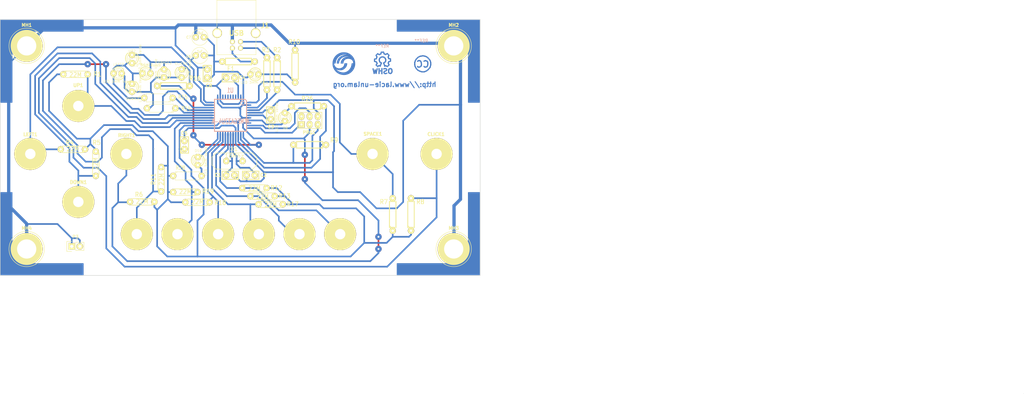
<source format=kicad_pcb>
(kicad_pcb (version 20221018) (generator pcbnew)
  (title_block (title "Ajugar") (date "2015-11-05") (rev "2.0") (company "Adaptación Ajugar por: Esteban Mena and Christian Huy. Tutor: Diego Brengi.") (comment 1 "Diseñado por: Jim Lindblom, Jay Silver, Eric Rosenbaum") (comment 2 "https://creativecommons.org/licenses/by-sa/4.0/") (comment 3 "Attribution-ShareAlike 4.0 International (CC BY-SA 4.0)") (comment 4 "http://www.lacie-unlam.org/dokuwiki/doku.php?id=ajugar_publico"))
  (layers (0 "F.Cu" signal) (31 "B.Cu" signal) (34 "B.Paste" user) (35 "F.Paste" user) (36 "B.SilkS" user "B.Silkscreen") (37 "F.SilkS" user "F.Silkscreen") (38 "B.Mask" user) (39 "F.Mask" user) (44 "Edge.Cuts" user))
  (net 0 "")
  (net 1 "D+")
  (net 2 "D-")
  (net 3 "GND")
  (net 4 "RESET")
  (net 5 "VCC")
  (net 6 "Net-(C1-Pad2)")
  (net 7 "Net-(C2-Pad2)")
  (net 8 "Net-(C3-Pad2)")
  (net 9 "Net-(C4-Pad2)")
  (net 10 "CLICK")
  (net 11 "Net-(CLICK2-Pad1)")
  (net 12 "Net-(CLICK2-Pad2)")
  (net 13 "MOUSE")
  (net 14 "TECLADO")
  (net 15 "DOWN")
  (net 16 "Net-(F1-Pad1)")
  (net 17 "Net-(J1-Pad2)")
  (net 18 "Net-(J1-Pad3)")
  (net 19 "LEFT")
  (net 20 "UP")
  (net 21 "SCLK/RIGHT")
  (net 22 "SPACE")
  (net 23 "Net-(R14-Pad1)")
  (net 24 "Net-(R15-Pad1)")
  (net 25 "Net-(R16-Pad1)")
  (net 26 "MOSI")
  (net 27 "MISO")
  (net 28 "Net-(D1-Pad1)")
  (net 29 "Net-(PRG1-Pad2)")
  (net 30 "/W")
  (net 31 "/S")
  (net 32 "/D")
  (net 33 "/G")
  (net 34 "/F")
  (net 35 "/A")
  (net 36 "Net-(U1-Pad39)")
  (net 37 "Net-(U1-Pad40)")
  (net 38 "Net-(U1-Pad41)")
  (net 39 "Net-(U1-Pad38)")
  (net 40 "Net-(U1-Pad37)")
  (net 41 "Net-(U1-Pad36)")
  (net 42 "Net-(DOWN2-Pad1)")
  (net 43 "Net-(D8-Pad2)")
  (net 44 "Net-(D10-Pad2)")
  (footprint "ajugar:USB_B" (layer "F.Cu") (at 129.55016 69.85508 180)
    (fp_text reference "J1")
    (fp_text value "USB")
  )
  (footprint "ajugar:R3" (layer "F.Cu") (at 106.05516 115.57508 90)
    (fp_text reference "R11")
    (fp_text value "22M")
  )
  (footprint "ajugar:R3" (layer "F.Cu") (at 113.5761 119.5705 180)
    (fp_text reference "R19")
    (fp_text value "22M")
  )
  (footprint "ajugar:R3" (layer "F.Cu") (at 117.3861 122.7455 180)
    (fp_text reference "R18")
    (fp_text value "22M")
  )
  (footprint "ajugar:R3" (layer "F.Cu") (at 140.2461 123.3805)
    (fp_text reference "R17")
    (fp_text value "22M")
  )
  (footprint "ajugar:R4" (layer "F.Cu") (at 152.41016 104.78008 180)
    (fp_text reference "R9")
    (fp_text value "10K" hide)
  )
  (footprint "ajugar:R3" (layer "F.Cu") (at 137.7061 120.8405)
    (fp_text reference "R13")
    (fp_text value "22M")
  )
  (footprint "ajugar:R3" (layer "F.Cu") (at 135.1661 118.3005)
    (fp_text reference "R12")
    (fp_text value "22M")
  )
  (footprint "ajugar:R3-5" (layer "F.Cu") (at 105.1941 90.1065 180)
    (fp_text reference "R15")
    (fp_text value "330R" hide)
  )
  (footprint "ajugar:R4" (layer "F.Cu") (at 109.86516 86.36508)
    (fp_text reference "R16")
    (fp_text value "330R" hide)
  )
  (footprint "ajugar:R3-5" (layer "F.Cu") (at 106.05516 93.35008 180)
    (fp_text reference "R14")
    (fp_text value "330R" hide)
  )
  (footprint "ajugar:R3" (layer "F.Cu") (at 85.6361 110.6805 -90)
    (fp_text reference "R5")
    (fp_text value "22M")
  )
  (footprint "ajugar:R3" (layer "F.Cu") (at 78.46 106.195 180)
    (fp_text reference "R4")
    (fp_text value "22M")
  )
  (footprint "ajugar:R3" (layer "F.Cu") (at 79.2861 82.7405)
    (fp_text reference "R1")
    (fp_text value "22M")
  )
  (footprint "ajugar:R4" (layer "F.Cu") (at 178.3461 126.5555 90)
    (fp_text reference "R7")
    (fp_text value "22M" hide)
  )
  (footprint "ajugar:R4" (layer "F.Cu") (at 184.0611 126.5555 90)
    (fp_text reference "R8")
    (fp_text value "22M" hide)
  )
  (footprint "ajugar:R3" (layer "F.Cu") (at 100.1141 122.6185 180)
    (fp_text reference "R6")
    (fp_text value "22M")
  )
  (footprint "ajugar:R4" (layer "F.Cu") (at 151.77516 92.71508 180)
    (fp_text reference "R26")
    (fp_text value "330R" hide)
  )
  (footprint "ajugar:R3-5" (layer "F.Cu") (at 114.2111 114.4905)
    (fp_text reference "R28")
    (fp_text value "330R" hide)
  )
  (footprint "ajugar:R4" (layer "F.Cu") (at 147.8661 80.2005 90)
    (fp_text reference "R10")
    (fp_text value "1K" hide)
  )
  (footprint "ajugar:R4" (layer "F.Cu") (at 139.07516 82.55508 -90)
    (fp_text reference "R3")
    (fp_text value "22R" hide)
  )
  (footprint "ajugar:R4" (layer "F.Cu") (at 142.25016 82.55508 -90)
    (fp_text reference "R2")
    (fp_text value "22R" hide)
  )
  (footprint "Pin_Headers:Pin_Header_Straight_1x02" (layer "F.Cu") (at 78.11516 136.53008 90)
    (fp_text reference "P3")
    (fp_text value "CONN_01X02")
  )
  (footprint "ajugar:LED-3MM" (layer "F.Cu") (at 96.94 86.955 90)
    (fp_text reference "DOWN2")
    (fp_text value "LED 3mm Verde")
  )
  (footprint "ajugar:LED-3MM" (layer "F.Cu") (at 92.44 82.455)
    (fp_text reference "LEFT2")
    (fp_text value "LED 3mm Verde")
  )
  (footprint "ajugar:LED-3MM" (layer "F.Cu") (at 96.94 77.955 90)
    (fp_text reference "UP2")
    (fp_text value "LED 3mm Verde")
  )
  (footprint "ajugar:LED-3MM" (layer "F.Cu") (at 101.44 82.455 180)
    (fp_text reference "RIGHT2")
    (fp_text value "LED 3mm Verde")
  )
  (footprint "ajugar:LED-3MM" (layer "F.Cu") (at 106.94 82.455 -90)
    (fp_text reference "SPACE2")
    (fp_text value "LED 3mm Verde")
  )
  (footprint "ajugar:LED-3MM" (layer "F.Cu") (at 135.1661 82.7405)
    (fp_text reference "D1")
    (fp_text value "LED 3mm Rojo")
  )
  (footprint "ajugar:LED-3MM" (layer "F.Cu") (at 144.6911 96.0755 -90)
    (fp_text reference "D8")
    (fp_text value "LED 3mm Verde")
  )
  (footprint "ajugar:LED-3MM" (layer "F.Cu") (at 117.48516 109.86008 90)
    (fp_text reference "D10")
    (fp_text value "LED 3mm Verde")
  )
  (footprint "ajugar:LED-3MM" (layer "F.Cu") (at 112.44 82.455 90)
    (fp_text reference "CLICK2")
    (fp_text value "LED 3mm Verde")
  )
  (footprint "ajugar:HC-18UV" (layer "F.Cu") (at 128.91516 109.86008 180)
    (fp_text reference "X1")
    (fp_text value "16Mhz")
  )
  (footprint "ajugar:C1V5" (layer "F.Cu") (at 118.12016 76.84008 180)
    (fp_text reference "C6")
    (fp_text value "1uF")
  )
  (footprint "ajugar:C1V5" (layer "F.Cu") (at 118.12016 71.12508 180)
    (fp_text reference "C7")
    (fp_text value "10uF")
  )
  (footprint "ajugar:C1" (layer "F.Cu") (at 127.64516 114.30508 180)
    (fp_text reference "C1")
    (fp_text value "22pF" hide)
  )
  (footprint "ajugar:C1" (layer "F.Cu") (at 140.2461 95.4405 -90)
    (fp_text reference "C3")
    (fp_text value "1uF" hide)
  )
  (footprint "ajugar:C1" (layer "F.Cu") (at 127.64516 83.82508)
    (fp_text reference "C4")
    (fp_text value "100nf" hide)
  )
  (footprint "ajugar:C1" (layer "F.Cu") (at 133.99516 114.30508)
    (fp_text reference "C2")
    (fp_text value "22pF" hide)
  )
  (footprint "ajugar:C1" (layer "F.Cu") (at 120.4341 82.4865 90)
    (fp_text reference "C8")
    (fp_text value "100nf" hide)
  )
  (footprint "1pin" (layer "F.Cu") (at 80.18 92.635)
    (fp_text reference "UP1")
    (fp_text value "CONN_1" hide)
  )
  (footprint "1pin" (layer "F.Cu") (at 65.18 107.635)
    (fp_text reference "LEFT1")
    (fp_text value "CONN_1" hide)
  )
  (footprint "1pin" (layer "F.Cu") (at 80.18 122.635)
    (fp_text reference "DOWN1")
    (fp_text value "CONN_1" hide)
  )
  (footprint "1pin" (layer "F.Cu") (at 95.18 107.635)
    (fp_text reference "RIGHT1")
    (fp_text value "CONN_1" hide)
  )
  (footprint "1pin" (layer "F.Cu") (at 192.05 107.635)
    (fp_text reference "CLICK1")
    (fp_text value "CONN_1" hide)
  )
  (footprint "1pin" (layer "F.Cu") (at 172.05 107.635)
    (fp_text reference "SPACE1")
    (fp_text value "CONN_1" hide)
  )
  (footprint "ajugar:MH" (layer "F.Cu") (at 64.0461 73.8505)
    (fp_text reference "MH1")
    (fp_text value "CONN_01X01" hide)
  )
  (footprint "ajugar:MH" (layer "F.Cu") (at 197.3961 73.8505)
    (fp_text reference "MH2")
    (fp_text value "CONN_01X01" hide)
  )
  (footprint "MH" (layer "F.Cu") (at 197.3961 137.3505)
    (fp_text reference "MH3")
    (fp_text value "CONN_01X01" hide)
  )
  (footprint "ajugar:MH" (layer "F.Cu") (at 64.0461 137.3505)
    (fp_text reference "MH4")
    (fp_text value "CONN_01X01" hide)
  )
  (footprint "ajugar:pin_array_3x2" (layer "F.Cu") (at 152.4 97.155)
    (fp_text reference "PRG1")
    (fp_text value "AVR-ISP-6" hide)
  )
  (footprint "ajugar:R4" (layer "F.Cu") (at 130.18516 78.74508 180)
    (fp_text reference "F1")
    (fp_text value "500mA" hide)
  )
  (footprint "ajugar:1pin" (layer "F.Cu") (at 98.43516 132.72008)
    (fp_text reference "P1")
    (fp_text value "CONN_01X01" hide)
  )
  (footprint "ajugar:1pin" (layer "F.Cu") (at 161.93516 132.72008)
    (fp_text reference "P2")
    (fp_text value "CONN_01X01" hide)
  )
  (footprint "ajugar:1pin" (layer "F.Cu") (at 149.23516 132.72008)
    (fp_text reference "P4")
    (fp_text value "CONN_01X01" hide)
  )
  (footprint "ajugar:1pin" (layer "F.Cu") (at 136.53516 132.72008)
    (fp_text reference "P5")
    (fp_text value "CONN_01X01" hide)
  )
  (footprint "ajugar:1pin" (layer "F.Cu") (at 123.83516 132.72008)
    (fp_text reference "P6")
    (fp_text value "CONN_01X01" hide)
  )
  (footprint "ajugar:1pin" (layer "F.Cu") (at 111.13516 132.72008)
    (fp_text reference "P7")
    (fp_text value "CONN_01X01" hide)
  )
  (footprint "ajugar:C1" (layer "F.Cu") (at 113.3221 104.8385 90)
    (fp_text reference "C5")
    (fp_text value "100nf" hide)
  )
  (footprint "ajugar:TQFP44" (layer "B.Cu") (at 127.7 95.555 180)
    (fp_text reference "U1")
    (fp_text value "ATMEGA32U4-A")
  )
  (footprint "Symbols:Symbol_OSHW-Logo_CopperTop" (layer "B.Cu") (at 175.1711 78.2955 180)
    (fp_text reference "REF**")
    (fp_text value "Symbol_OSHW-Logo_CopperTop")
  )
  (footprint "ajugar:unlam_log_neg" (layer "B.Cu") (at 163.1061 79.5655 180)
    (fp_text reference "G***" hide)
    (fp_text value "LOGO" hide)
  )
  (footprint "Symbols:Symbol_CreativeCommons_CopperTop_Type2_Small" (layer "B.Cu") (at 187.8711 79.5655 180)
    (fp_text reference "REF**")
    (fp_text value "Symbol_CreativeCommons_CopperTop_Type2_Small")
  )
  (gr_line (start 55.7911 65.5955) (end 205.6511 65.5955) (stroke (width 0.15)) (layer "Edge.Cuts"))
  (gr_line (start 55.7911 145.6055) (end 55.7911 65.5955) (stroke (width 0.15)) (layer "Edge.Cuts"))
  (gr_line (start 205.6511 145.6055) (end 55.7911 145.6055) (stroke (width 0.15)) (layer "Edge.Cuts"))
  (gr_line (start 205.6511 65.5955) (end 205.6511 145.6055) (stroke (width 0.15)) (layer "Edge.Cuts"))
  (gr_text "http://www.lacie-unlam.org" (at 175.8061 85.9155) (layer "B.Cu") (effects (font (size 1.5 1.5) (thickness 0.3)) (justify mirror)))
  (target plus (at 103.87 106.055) (size 0.005) (width 0.15) (layer "Edge.Cuts"))
  (target plus (at 375.49 182.68) (size 0.005) (width 0.15) (layer "Edge.Cuts"))
  (segment (start 142.25016 88.35644) (end 136.6518 93.9548) (width 0.508) (layer "B.Cu") (net 1))
  (segment (start 142.25016 87.63508) (end 142.25016 88.35644) (width 0.508) (layer "B.Cu") (net 1))
  (segment (start 136.6518 93.9548) (end 133.415 93.9548) (width 0.508) (layer "B.Cu") (net 1))
  (segment (start 139.07516 90.17508) (end 136.09554 93.1547) (width 0.508) (layer "B.Cu") (net 2))
  (segment (start 139.07516 87.63508) (end 139.07516 90.17508) (width 0.508) (layer "B.Cu") (net 2))
  (segment (start 136.09554 93.1547) (end 133.415 93.1547) (width 0.508) (layer "B.Cu") (net 2))
  (segment (start 130.9004 91.3546) (end 130.24 92.015) (width 0.508) (layer "B.Cu") (net 3))
  (segment (start 130.24 92.015) (end 125.44 92.015) (width 0.508) (layer "B.Cu") (net 3))
  (segment (start 125.44 92.015) (end 124.4996 91.0746) (width 0.508) (layer "B.Cu") (net 3))
  (segment (start 124.4996 91.0746) (end 124.4996 89.84) (width 0.508) (layer "B.Cu") (net 3))
  (segment (start 137.67034 94.7549) (end 138.44016 93.98508) (width 0.508) (layer "B.Cu") (net 3))
  (segment (start 160.03016 106.75484) (end 159.712846 107.072154) (width 0.508) (layer "B.Cu") (net 3))
  (segment (start 199.51 121.81524) (end 199.51 92.2655) (width 1.016) (layer "B.Cu") (net 3))
  (segment (start 110.53 68.205) (end 111.41992 67.31508) (width 1.016) (layer "B.Cu") (net 3))
  (segment (start 111.41992 67.31508) (end 116.85016 67.31508) (width 1.016) (layer "B.Cu") (net 3))
  (segment (start 110.53 73.69492) (end 115.26266 78.42758) (width 0.508) (layer "B.Cu") (net 3))
  (segment (start 160.03016 92.71516) (end 160.03016 106.75484) (width 0.508) (layer "B.Cu") (net 3))
  (segment (start 129.3002 99.4752) (end 128.6 98.775) (width 0.508) (layer "B.Cu") (net 3))
  (segment (start 128.6 98.775) (end 124.89 98.775) (width 0.508) (layer "B.Cu") (net 3))
  (segment (start 124.89 98.775) (end 124.1095 99.5555) (width 0.508) (layer "B.Cu") (net 3))
  (segment (start 124.1095 99.5555) (end 121.985 99.5555) (width 0.508) (layer "B.Cu") (net 3))
  (segment (start 69.6916 68.205) (end 64.0461 73.8505) (width 1.016) (layer "B.Cu") (net 3))
  (segment (start 197.49516 137.44956) (end 197.49516 123.83008) (width 1.016) (layer "B.Cu") (net 3))
  (segment (start 197.49516 123.83008) (end 199.51 121.81524) (width 1.016) (layer "B.Cu") (net 3))
  (segment (start 158.12508 90.81008) (end 160.03016 92.71516) (width 0.508) (layer "B.Cu") (net 3))
  (segment (start 154.94 94.60992) (end 153.68016 93.35008) (width 0.508) (layer "B.Cu") (net 3))
  (segment (start 130.82016 116.21008) (end 132.72516 116.21008) (width 0.508) (layer "B.Cu") (net 3))
  (segment (start 137.17016 116.21008) (end 132.72516 116.21008) (width 0.508) (layer "B.Cu") (net 3))
  (segment (start 119.39016 90.81008) (end 120.13458 91.5545) (width 0.508) (layer "B.Cu") (net 3))
  (segment (start 119.39016 86.36508) (end 117.47012 84.44504) (width 0.508) (layer "B.Cu") (net 3))
  (segment (start 117.47012 84.44504) (end 117.47012 80.65008) (width 0.508) (layer "B.Cu") (net 3))
  (segment (start 153.68016 90.81008) (end 158.12508 90.81008) (width 0.508) (layer "B.Cu") (net 3))
  (segment (start 64.0461 129.44602) (end 58.43016 123.83008) (width 1.016) (layer "B.Cu") (net 3))
  (segment (start 58.43016 123.83008) (end 58.43016 79.46644) (width 1.016) (layer "B.Cu") (net 3))
  (segment (start 58.43016 79.46644) (end 64.0461 73.8505) (width 0.508) (layer "B.Cu") (net 3))
  (segment (start 123.25904 86.36508) (end 124.4996 87.60564) (width 0.508) (layer "B.Cu") (net 3))
  (segment (start 128.28016 67.31508) (end 135.54964 67.31508) (width 1.016) (layer "B.Cu") (net 3))
  (segment (start 123.55068 67.31508) (end 128.28016 67.31508) (width 1.016) (layer "B.Cu") (net 3))
  (segment (start 135.54964 67.31508) (end 140.34516 67.31508) (width 1.016) (layer "B.Cu") (net 3))
  (segment (start 146.06016 73.03008) (end 140.34516 67.31508) (width 1.016) (layer "B.Cu") (net 3))
  (segment (start 64.0461 129.54508) (end 64.0461 129.44602) (width 0.508) (layer "B.Cu") (net 3))
  (segment (start 73.67016 129.54508) (end 78.11516 133.99008) (width 0.508) (layer "B.Cu") (net 3))
  (segment (start 78.11516 133.99008) (end 78.11516 136.53008) (width 0.508) (layer "B.Cu") (net 3))
  (segment (start 80.65516 134.62508) (end 80.02016 133.99008) (width 0.508) (layer "B.Cu") (net 3))
  (segment (start 80.02016 133.99008) (end 78.11516 133.99008) (width 0.508) (layer "B.Cu") (net 3))
  (segment (start 116.85016 67.31508) (end 123.55068 67.31508) (width 1.016) (layer "B.Cu") (net 3))
  (segment (start 115.26266 78.42758) (end 117.47012 80.63504) (width 0.508) (layer "B.Cu") (net 3))
  (segment (start 117.47012 80.65008) (end 117.47012 80.63504) (width 0.508) (layer "B.Cu") (net 3))
  (segment (start 125.79904 83.82508) (end 123.25904 86.36508) (width 0.508) (layer "B.Cu") (net 3))
  (segment (start 138.122846 115.257394) (end 137.17016 116.21008) (width 0.508) (layer "B.Cu") (net 3))
  (segment (start 201.8411 141.7955) (end 203.1111 141.7955) (width 0.508) (layer "B.Cu") (net 3))
  (segment (start 202.4761 68.7705) (end 202.4761 67.5005) (width 0.508) (layer "B.Cu") (net 3))
  (segment (start 161.2011 119.5705) (end 159.712846 118.082246) (width 0.508) (layer "B.Cu") (net 3))
  (segment (start 159.712846 118.082246) (end 159.712846 113.352766) (width 0.508) (layer "B.Cu") (net 3))
  (segment (start 168.1861 119.5705) (end 173.2661 124.6505) (width 0.508) (layer "B.Cu") (net 3))
  (segment (start 173.2661 124.6505) (end 179.6161 124.6505) (width 0.508) (layer "B.Cu") (net 3))
  (segment (start 179.6161 124.6505) (end 181.62016 122.64644) (width 0.508) (layer "B.Cu") (net 3))
  (segment (start 181.62016 122.64644) (end 181.62016 97.24644) (width 0.508) (layer "B.Cu") (net 3))
  (segment (start 147.8661 73.03008) (end 146.06016 73.03008) (width 1.016) (layer "B.Cu") (net 3))
  (segment (start 186.6011 92.2655) (end 181.62016 97.24644) (width 0.508) (layer "B.Cu") (net 3))
  (segment (start 119.86768 80.65008) (end 120.4341 81.2165) (width 0.508) (layer "B.Cu") (net 3))
  (segment (start 113.3221 100.7745) (end 114.5411 99.5555) (width 0.508) (layer "B.Cu") (net 3))
  (segment (start 114.5411 99.5555) (end 121.985 99.5555) (width 0.508) (layer "B.Cu") (net 3))
  (segment (start 199.51 75.9644) (end 197.3961 73.8505) (width 1.016) (layer "B.Cu") (net 3))
  (segment (start 196.57568 73.03008) (end 197.3961 73.8505) (width 1.016) (layer "B.Cu") (net 3))
  (segment (start 129.3002 104.53012) (end 138.122846 113.352766) (width 0.508) (layer "B.Cu") (net 3))
  (segment (start 129.3002 101.27) (end 129.3002 99.4752) (width 0.508) (layer "B.Cu") (net 3))
  (segment (start 64.0461 137.3505) (end 66.0806 139.385) (width 0.508) (layer "B.Cu") (net 3))
  (segment (start 199.51 92.2655) (end 199.51 75.9644) (width 1.016) (layer "B.Cu") (net 3))
  (segment (start 199.51 92.2655) (end 186.6011 92.2655) (width 0.508) (layer "B.Cu") (net 3))
  (segment (start 159.712846 107.072154) (end 159.712846 113.352766) (width 0.508) (layer "B.Cu") (net 3))
  (segment (start 128.91516 114.30508) (end 130.82016 116.21008) (width 0.508) (layer "B.Cu") (net 3))
  (segment (start 121.985 91.5545) (end 120.13458 91.5545) (width 0.508) (layer "B.Cu") (net 3))
  (segment (start 126.37516 83.82508) (end 125.79904 83.82508) (width 0.508) (layer "B.Cu") (net 3))
  (segment (start 128.28016 72.5551) (end 128.28016 67.31508) (width 1.016) (layer "B.Cu") (net 3))
  (segment (start 110.53 68.205) (end 110.53 73.69492) (width 0.508) (layer "B.Cu") (net 3))
  (segment (start 116.85016 76.84008) (end 115.26266 78.42758) (width 0.508) (layer "B.Cu") (net 3))
  (segment (start 153.68016 90.81008) (end 153.68016 93.35008) (width 0.508) (layer "B.Cu") (net 3))
  (segment (start 119.39016 86.36508) (end 123.25904 86.36508) (width 0.508) (layer "B.Cu") (net 3))
  (segment (start 139.71016 93.98508) (end 142.88516 90.81008) (width 0.508) (layer "B.Cu") (net 3))
  (segment (start 159.712846 113.352766) (end 138.122846 113.352766) (width 0.508) (layer "B.Cu") (net 3))
  (segment (start 197.3961 73.8505) (end 202.4761 68.7705) (width 0.508) (layer "B.Cu") (net 3))
  (segment (start 80.65516 136.53008) (end 80.65516 134.62508) (width 0.508) (layer "B.Cu") (net 3))
  (segment (start 154.94 94.60992) (end 154.94 95.885) (width 0.508) (layer "B.Cu") (net 3))
  (segment (start 64.0461 129.54508) (end 73.67016 129.54508) (width 0.508) (layer "B.Cu") (net 3))
  (segment (start 132.72516 114.30508) (end 132.72516 116.21008) (width 0.508) (layer "B.Cu") (net 3))
  (segment (start 130.9004 89.84) (end 130.9004 91.3546) (width 0.508) (layer "B.Cu") (net 3))
  (segment (start 147.8661 73.03008) (end 196.57568 73.03008) (width 1.016) (layer "B.Cu") (net 3))
  (segment (start 64.0461 137.3505) (end 64.0461 129.54508) (width 1.016) (layer "B.Cu") (net 3))
  (segment (start 138.122846 113.352766) (end 138.122846 115.257394) (width 0.508) (layer "B.Cu") (net 3))
  (segment (start 116.85016 71.12508) (end 116.85016 67.31508) (width 1.016) (layer "B.Cu") (net 3))
  (segment (start 197.3961 137.3505) (end 197.49516 137.44956) (width 1.016) (layer "B.Cu") (net 3))
  (segment (start 139.71016 93.98508) (end 138.44016 93.98508) (width 0.508) (layer "B.Cu") (net 3))
  (segment (start 129.3002 104.53012) (end 129.3002 101.27) (width 0.508) (layer "B.Cu") (net 3))
  (segment (start 110.53 68.205) (end 69.6916 68.205) (width 1.016) (layer "B.Cu") (net 3))
  (segment (start 161.2011 119.5705) (end 168.1861 119.5705) (width 0.508) (layer "B.Cu") (net 3))
  (segment (start 124.4996 89.84) (end 124.4996 87.60564) (width 0.508) (layer "B.Cu") (net 3))
  (segment (start 147.8661 75.1205) (end 147.8661 73.03008) (width 0.508) (layer "B.Cu") (net 3))
  (segment (start 197.3961 137.3505) (end 201.8411 141.7955) (width 0.508) (layer "B.Cu") (net 3))
  (segment (start 117.47012 80.65008) (end 119.86768 80.65008) (width 0.508) (layer "B.Cu") (net 3))
  (segment (start 123.55068 69.85508) (end 123.55068 67.31508) (width 0.508) (layer "B.Cu") (net 3))
  (segment (start 142.88516 90.81008) (end 153.68016 90.81008) (width 0.508) (layer "B.Cu") (net 3))
  (segment (start 135.54964 69.85508) (end 135.54964 67.31508) (width 0.508) (layer "B.Cu") (net 3))
  (segment (start 113.3221 103.5685) (end 113.3221 100.7745) (width 0.508) (layer "B.Cu") (net 3))
  (segment (start 119.39016 90.81008) (end 119.39016 86.36508) (width 0.508) (layer "B.Cu") (net 3))
  (segment (start 133.415 94.7549) (end 137.67034 94.7549) (width 0.508) (layer "B.Cu") (net 3))
  (segment (start 154.93 100.335) (end 153.26 102.005) (width 0.508) (layer "B.Cu") (net 4))
  (segment (start 153.26 102.005) (end 153.26 109.6046) (width 0.508) (layer "B.Cu") (net 4))
  (segment (start 138.1415 110.4265) (end 147.3581 110.4265) (width 0.508) (layer "B.Cu") (net 4))
  (segment (start 152.4381 110.4265) (end 153.26 109.6046) (width 0.508) (layer "B.Cu") (net 4))
  (segment (start 147.3581 110.4265) (end 152.4381 110.4265) (width 0.508) (layer "B.Cu") (net 4))
  (segment (start 130.9004 103.1854) (end 138.1415 110.4265) (width 0.508) (layer "B.Cu") (net 4))
  (segment (start 154.93 98.545) (end 154.93 100.335) (width 0.508) (layer "B.Cu") (net 4))
  (segment (start 130.9004 101.27) (end 130.9004 103.1854) (width 0.508) (layer "B.Cu") (net 4))
  (segment (start 147.33016 110.39856) (end 147.33016 104.78008) (width 0.508) (layer "B.Cu") (net 4))
  (segment (start 147.3581 110.4265) (end 147.33016 110.39856) (width 0.508) (layer "B.Cu") (net 4))
  (segment (start 123.6995 91.7545) (end 125.09 93.145) (width 0.508) (layer "B.Cu") (net 5))
  (segment (start 125.09 93.145) (end 130.19 93.145) (width 0.508) (layer "B.Cu") (net 5))
  (segment (start 130.68 93.145) (end 131.48 92.345) (width 0.508) (layer "B.Cu") (net 5))
  (segment (start 131.7005 92.1245) (end 131.7005 92.0955) (width 0.508) (layer "B.Cu") (net 5))
  (segment (start 131.9596 92.3546) (end 131.7005 92.0955) (width 0.508) (layer "B.Cu") (net 5))
  (segment (start 131.7005 92.0955) (end 131.7005 89.84) (width 0.508) (layer "B.Cu") (net 5))
  (segment (start 131.2499 96.3551) (end 130.1003 97.5047) (width 0.508) (layer "B.Cu") (net 5))
  (segment (start 123.3496 98.7554) (end 124.6003 97.5047) (width 0.508) (layer "B.Cu") (net 5))
  (segment (start 124.6003 97.5047) (end 129.49 97.5047) (width 0.508) (layer "B.Cu") (net 5))
  (segment (start 129.49 97.5047) (end 130.1003 97.5047) (width 0.508) (layer "B.Cu") (net 5))
  (segment (start 129.49 97.505) (end 130.1003 98.1153) (width 0.508) (layer "B.Cu") (net 5))
  (segment (start 130.1003 98.1153) (end 130.1003 97.5047) (width 0.508) (layer "B.Cu") (net 5))
  (segment (start 130.77 95.655) (end 131.4701 96.3551) (width 0.508) (layer "B.Cu") (net 5))
  (segment (start 131.4701 96.3551) (end 131.2499 96.3551) (width 0.508) (layer "B.Cu") (net 5))
  (segment (start 132.09 92.3546) (end 131.9596 92.3546) (width 0.508) (layer "B.Cu") (net 5))
  (segment (start 131.5004 92.3546) (end 131.48 92.375) (width 0.508) (layer "B.Cu") (net 5))
  (segment (start 131.48 92.375) (end 131.48 92.345) (width 0.508) (layer "B.Cu") (net 5))
  (segment (start 131.48 92.345) (end 131.7005 92.1245) (width 0.508) (layer "B.Cu") (net 5))
  (segment (start 130.19 93.145) (end 130.68 93.145) (width 0.508) (layer "B.Cu") (net 5))
  (segment (start 130.26 93.145) (end 130.77 93.655) (width 0.508) (layer "B.Cu") (net 5))
  (segment (start 130.77 93.655) (end 130.77 95.655) (width 0.508) (layer "B.Cu") (net 5))
  (segment (start 98.9711 100.5205) (end 97.0661 98.6155) (width 0.508) (layer "B.Cu") (net 5))
  (segment (start 157.49016 93.35008) (end 156.85516 92.71508) (width 0.508) (layer "B.Cu") (net 5))
  (segment (start 138.228656 111.9505) (end 130.1003 103.822144) (width 0.508) (layer "B.Cu") (net 5))
  (segment (start 104.78516 125.10008) (end 104.78516 136.53008) (width 0.508) (layer "B.Cu") (net 5))
  (segment (start 104.78516 136.53008) (end 107.96016 139.70508) (width 0.508) (layer "B.Cu") (net 5))
  (segment (start 107.96016 139.70508) (end 117.3861 139.70508) (width 0.508) (layer "B.Cu") (net 5))
  (segment (start 120.02516 71.12508) (end 122.56516 73.66508) (width 0.508) (layer "B.Cu") (net 5))
  (segment (start 122.56516 73.66508) (end 122.56516 76.84008) (width 0.508) (layer "B.Cu") (net 5))
  (segment (start 122.56516 76.84008) (end 122.56516 78.74508) (width 0.508) (layer "B.Cu") (net 5))
  (segment (start 113.3092 98.7554) (end 111.7981 100.2665) (width 0.508) (layer "B.Cu") (net 5))
  (segment (start 111.7981 100.2665) (end 111.7981 106.1085) (width 0.508) (layer "B.Cu") (net 5))
  (segment (start 111.7981 108.9025) (end 115.4811 112.5855) (width 0.508) (layer "B.Cu") (net 5))
  (segment (start 115.4811 112.5855) (end 115.4811 114.4905) (width 0.508) (layer "B.Cu") (net 5))
  (segment (start 115.4811 114.4905) (end 119.2911 118.3005) (width 0.508) (layer "B.Cu") (net 5))
  (segment (start 119.2911 118.3005) (end 119.2911 126.5555) (width 0.508) (layer "B.Cu") (net 5))
  (segment (start 119.2911 126.5555) (end 117.3861 128.4605) (width 0.508) (layer "B.Cu") (net 5))
  (segment (start 117.3861 128.4605) (end 117.3861 139.70508) (width 0.508) (layer "B.Cu") (net 5))
  (segment (start 131.7005 83.7199) (end 129.90068 81.92008) (width 0.508) (layer "B.Cu") (net 5))
  (segment (start 129.90068 81.92008) (end 122.56516 81.92008) (width 0.508) (layer "B.Cu") (net 5))
  (segment (start 132.9167 83.7199) (end 133.8961 82.7405) (width 0.508) (layer "B.Cu") (net 5))
  (segment (start 165.19652 139.70508) (end 169.4561 135.4455) (width 0.508) (layer "B.Cu") (net 5))
  (segment (start 169.4561 135.4455) (end 169.4561 127.1905) (width 0.508) (layer "B.Cu") (net 5))
  (segment (start 169.4561 127.1905) (end 166.9161 124.6505) (width 0.508) (layer "B.Cu") (net 5))
  (segment (start 166.9161 124.6505) (end 156.7561 124.6505) (width 0.508) (layer "B.Cu") (net 5))
  (segment (start 156.7561 124.6505) (end 155.4861 123.3805) (width 0.508) (layer "B.Cu") (net 5))
  (segment (start 83.9328 104.5322) (end 82.27 106.195) (width 0.508) (layer "B.Cu") (net 5))
  (segment (start 178.3461 133.5405) (end 176.4411 135.4455) (width 0.508) (layer "B.Cu") (net 5))
  (segment (start 178.3461 133.5405) (end 183.4261 133.5405) (width 0.508) (layer "B.Cu") (net 5))
  (segment (start 183.4261 133.5405) (end 184.0611 132.9055) (width 0.508) (layer "B.Cu") (net 5))
  (segment (start 184.0611 132.9055) (end 184.0611 131.6355) (width 0.508) (layer "B.Cu") (net 5))
  (segment (start 155.6853 109.2113) (end 152.9461 111.9505) (width 0.508) (layer "B.Cu") (net 5))
  (segment (start 155.6853 102.2263) (end 157.49016 100.42144) (width 0.508) (layer "B.Cu") (net 5))
  (segment (start 157.49016 100.42144) (end 157.49016 93.35008) (width 0.508) (layer "B.Cu") (net 5))
  (segment (start 155.6853 104.78008) (end 155.6853 102.2263) (width 0.508) (layer "B.Cu") (net 5))
  (segment (start 142.1511 118.3005) (end 144.6911 120.8405) (width 0.508) (layer "B.Cu") (net 5))
  (segment (start 147.2311 123.3805) (end 155.4861 123.3805) (width 0.508) (layer "B.Cu") (net 5))
  (segment (start 144.6911 120.8405) (end 147.2311 123.3805) (width 0.508) (layer "B.Cu") (net 5))
  (segment (start 108.13542 121.74982) (end 104.78516 125.10008) (width 0.508) (layer "B.Cu") (net 5))
  (segment (start 109.1311 122.7455) (end 113.5761 122.7455) (width 0.508) (layer "B.Cu") (net 5))
  (segment (start 108.13542 119.5705) (end 108.13542 114.4905) (width 0.508) (layer "B.Cu") (net 5))
  (segment (start 108.13542 114.4905) (end 108.13542 111.3155) (width 0.508) (layer "B.Cu") (net 5))
  (segment (start 106.50474 111.3155) (end 106.05516 111.76508) (width 0.508) (layer "B.Cu") (net 5))
  (segment (start 83.9328 102.8588) (end 83.9328 104.5322) (width 0.508) (layer "B.Cu") (net 5))
  (segment (start 121.7041 83.7565) (end 122.56516 82.89544) (width 0.508) (layer "B.Cu") (net 5))
  (segment (start 122.56516 82.89544) (end 122.56516 81.92008) (width 0.508) (layer "B.Cu") (net 5))
  (segment (start 103.9241 124.23902) (end 104.78516 125.10008) (width 0.508) (layer "B.Cu") (net 5))
  (segment (start 108.13542 105.23982) (end 103.4161 100.5205) (width 0.508) (layer "B.Cu") (net 5))
  (segment (start 111.7981 106.1085) (end 111.7981 108.9025) (width 0.508) (layer "B.Cu") (net 5))
  (segment (start 73.5711 82.7405) (end 71.0311 85.2805) (width 0.508) (layer "B.Cu") (net 5))
  (segment (start 71.0311 85.2805) (end 71.0311 94.1705) (width 0.508) (layer "B.Cu") (net 5))
  (segment (start 71.0311 94.1705) (end 79.7194 102.8588) (width 0.508) (layer "B.Cu") (net 5))
  (segment (start 79.7194 102.8588) (end 83.9328 102.8588) (width 0.508) (layer "B.Cu") (net 5))
  (segment (start 88.1761 98.6155) (end 83.9328 102.8588) (width 0.508) (layer "B.Cu") (net 5))
  (segment (start 85.6361 106.2355) (end 83.9328 104.5322) (width 0.508) (layer "B.Cu") (net 5))
  (segment (start 121.985 98.7554) (end 113.3092 98.7554) (width 0.508) (layer "B.Cu") (net 5))
  (segment (start 169.4561 135.4455) (end 176.4411 135.4455) (width 0.508) (layer "B.Cu") (net 5))
  (segment (start 120.4341 83.7565) (end 121.7041 83.7565) (width 0.508) (layer "B.Cu") (net 5))
  (segment (start 178.3461 131.6355) (end 178.3461 133.5405) (width 0.508) (layer "B.Cu") (net 5))
  (segment (start 97.0661 98.6155) (end 88.1761 98.6155) (width 0.508) (layer "B.Cu") (net 5))
  (segment (start 119.39016 71.12508) (end 120.02516 71.12508) (width 0.508) (layer "B.Cu") (net 5))
  (segment (start 85.6361 106.8705) (end 85.6361 106.2355) (width 0.508) (layer "B.Cu") (net 5))
  (segment (start 130.1003 101.27) (end 130.1003 98.1153) (width 0.508) (layer "B.Cu") (net 5))
  (segment (start 131.7005 89.84) (end 131.7005 83.7199) (width 0.508) (layer "B.Cu") (net 5))
  (segment (start 98.9711 100.5205) (end 103.4161 100.5205) (width 0.508) (layer "B.Cu") (net 5))
  (segment (start 103.9241 122.6185) (end 103.9241 124.23902) (width 0.508) (layer "B.Cu") (net 5))
  (segment (start 113.3221 106.1085) (end 111.7981 106.1085) (width 0.508) (layer "B.Cu") (net 5))
  (segment (start 130.77 93.145) (end 130.77 93.655) (width 0.508) (layer "B.Cu") (net 5))
  (segment (start 133.415 92.3546) (end 132.09 92.3546) (width 0.508) (layer "B.Cu") (net 5))
  (segment (start 133.415 96.3551) (end 131.4701 96.3551) (width 0.508) (layer "B.Cu") (net 5))
  (segment (start 122.56516 81.92008) (end 122.56516 78.74508) (width 0.508) (layer "B.Cu") (net 5))
  (segment (start 144.0561 123.3805) (end 147.2311 123.3805) (width 0.508) (layer "B.Cu") (net 5))
  (segment (start 129.49 97.5047) (end 129.49 97.505) (width 0.508) (layer "B.Cu") (net 5))
  (segment (start 152.9461 111.9505) (end 138.228656 111.9505) (width 0.508) (layer "B.Cu") (net 5))
  (segment (start 108.13542 121.74982) (end 109.1311 122.7455) (width 0.508) (layer "B.Cu") (net 5))
  (segment (start 141.5161 120.8405) (end 144.6911 120.8405) (width 0.508) (layer "B.Cu") (net 5))
  (segment (start 130.68 93.145) (end 130.77 93.145) (width 0.508) (layer "B.Cu") (net 5))
  (segment (start 155.6853 109.2113) (end 155.6853 104.78008) (width 0.508) (layer "B.Cu") (net 5))
  (segment (start 117.3861 139.70508) (end 165.19652 139.70508) (width 0.508) (layer "B.Cu") (net 5))
  (segment (start 157.49016 104.78008) (end 155.6853 104.78008) (width 0.508) (layer "B.Cu") (net 5))
  (segment (start 108.13542 119.5705) (end 109.7661 119.5705) (width 0.508) (layer "B.Cu") (net 5))
  (segment (start 108.13542 114.4905) (end 109.7661 114.4905) (width 0.508) (layer "B.Cu") (net 5))
  (segment (start 108.13542 111.3155) (end 108.13542 105.23982) (width 0.508) (layer "B.Cu") (net 5))
  (segment (start 125.10516 78.74508) (end 122.56516 78.74508) (width 0.508) (layer "B.Cu") (net 5))
  (segment (start 130.19 93.145) (end 130.26 93.145) (width 0.508) (layer "B.Cu") (net 5))
  (segment (start 119.39016 76.84008) (end 122.56516 76.84008) (width 0.508) (layer "B.Cu") (net 5))
  (segment (start 132.09 92.3546) (end 131.5004 92.3546) (width 0.508) (layer "B.Cu") (net 5))
  (segment (start 121.985 98.7554) (end 123.3496 98.7554) (width 0.508) (layer "B.Cu") (net 5))
  (segment (start 138.9761 118.3005) (end 142.1511 118.3005) (width 0.508) (layer "B.Cu") (net 5))
  (segment (start 131.7005 83.7199) (end 132.9167 83.7199) (width 0.508) (layer "B.Cu") (net 5))
  (segment (start 123.6995 89.84) (end 123.6995 91.7545) (width 0.508) (layer "B.Cu") (net 5))
  (segment (start 108.13542 111.3155) (end 106.50474 111.3155) (width 0.508) (layer "B.Cu") (net 5))
  (segment (start 75.4761 82.7405) (end 73.5711 82.7405) (width 0.508) (layer "B.Cu") (net 5))
  (segment (start 108.13542 121.74982) (end 108.13542 119.5705) (width 0.508) (layer "B.Cu") (net 5))
  (segment (start 130.1003 103.822144) (end 130.1003 101.27) (width 0.508) (layer "B.Cu") (net 5))
  (segment (start 126.37516 113.75644) (end 128.1811 111.9505) (width 0.508) (layer "B.Cu") (net 6))
  (segment (start 128.1811 111.9505) (end 128.1811 109.86008) (width 0.508) (layer "B.Cu") (net 6))
  (segment (start 128.1811 109.01634) (end 127.7 108.53524) (width 0.508) (layer "B.Cu") (net 6))
  (segment (start 128.1811 109.86008) (end 128.1811 109.01634) (width 0.508) (layer "B.Cu") (net 6))
  (segment (start 126.37516 109.86008) (end 128.1811 109.86008) (width 0.508) (layer "B.Cu") (net 6))
  (segment (start 127.7 101.27) (end 127.7 108.53524) (width 0.508) (layer "B.Cu") (net 6))
  (segment (start 126.37516 114.30508) (end 126.37516 113.75644) (width 0.508) (layer "B.Cu") (net 6))
  (segment (start 128.5001 107.1895) (end 129.59334 108.28274) (width 0.508) (layer "B.Cu") (net 7))
  (segment (start 135.26516 113.67008) (end 135.26516 114.30508) (width 0.508) (layer "B.Cu") (net 7))
  (segment (start 129.59334 110.82274) (end 130.7211 111.9505) (width 0.508) (layer "B.Cu") (net 7))
  (segment (start 130.7211 111.9505) (end 133.54558 111.9505) (width 0.508) (layer "B.Cu") (net 7))
  (segment (start 133.54558 111.9505) (end 135.26516 113.67008) (width 0.508) (layer "B.Cu") (net 7))
  (segment (start 129.59334 109.86008) (end 129.59334 110.82274) (width 0.508) (layer "B.Cu") (net 7))
  (segment (start 129.59334 108.28274) (end 129.59334 109.86008) (width 0.508) (layer "B.Cu") (net 7))
  (segment (start 131.45516 109.86008) (end 129.59334 109.86008) (width 0.508) (layer "B.Cu") (net 7))
  (segment (start 128.5001 101.27) (end 128.5001 107.1895) (width 0.508) (layer "B.Cu") (net 7))
  (segment (start 138.77524 96.52508) (end 139.71016 96.52508) (width 0.508) (layer "B.Cu") (net 8))
  (segment (start 137.80516 95.555) (end 138.77524 96.52508) (width 0.508) (layer "B.Cu") (net 8))
  (segment (start 133.415 95.555) (end 137.80516 95.555) (width 0.508) (layer "B.Cu") (net 8))
  (segment (start 128.91516 85.09508) (end 130.1003 86.28022) (width 0.508) (layer "B.Cu") (net 9))
  (segment (start 130.1003 86.28022) (end 130.1003 89.84) (width 0.508) (layer "B.Cu") (net 9))
  (segment (start 128.91516 83.82508) (end 128.91516 85.09508) (width 0.508) (layer "B.Cu") (net 9))
  (segment (start 100.2411 97.9805) (end 98.3361 96.0755) (width 0.508) (layer "B.Cu") (net 10))
  (segment (start 107.9881 97.9805) (end 100.2411 97.9805) (width 0.508) (layer "B.Cu") (net 10))
  (segment (start 109.6135 96.3551) (end 121.985 96.3551) (width 0.508) (layer "B.Cu") (net 10))
  (segment (start 176.62652 142.88008) (end 192.05 127.4566) (width 0.508) (layer "B.Cu") (net 10))
  (segment (start 67.8561 94.8055) (end 67.8561 84.0105) (width 0.508) (layer "B.Cu") (net 10))
  (segment (start 67.8561 84.0105) (end 74.2061 77.6605) (width 0.508) (layer "B.Cu") (net 10))
  (segment (start 74.2061 77.6605) (end 83.7311 77.6605) (width 0.508) (layer "B.Cu") (net 10))
  (segment (start 83.7311 77.6605) (end 85.46084 79.39024) (width 0.508) (layer "B.Cu") (net 10))
  (segment (start 88.91016 114.58956) (end 86.2711 111.9505) (width 0.508) (layer "B.Cu") (net 10))
  (segment (start 88.91016 137.16508) (end 94.62516 142.88008) (width 0.508) (layer "B.Cu") (net 10))
  (segment (start 94.62516 142.88008) (end 176.62652 142.88008) (width 0.508) (layer "B.Cu") (net 10))
  (segment (start 192.05 121.4755) (end 192.05 127.4566) (width 0.508) (layer "B.Cu") (net 10))
  (segment (start 78.6511 108.7755) (end 81.8261 111.9505) (width 0.508) (layer "B.Cu") (net 10))
  (segment (start 81.8261 111.9505) (end 86.2711 111.9505) (width 0.508) (layer "B.Cu") (net 10))
  (segment (start 95.7961 96.0755) (end 98.3361 96.0755) (width 0.508) (layer "B.Cu") (net 10))
  (segment (start 85.46084 85.74024) (end 95.7961 96.0755) (width 0.508) (layer "B.Cu") (net 10))
  (segment (start 107.9881 97.9805) (end 109.6135 96.3551) (width 0.508) (layer "B.Cu") (net 10))
  (segment (start 78.6511 105.6005) (end 78.6511 108.7755) (width 0.508) (layer "B.Cu") (net 10))
  (segment (start 78.6511 105.6005) (end 67.8561 94.8055) (width 0.508) (layer "B.Cu") (net 10))
  (segment (start 192.05 107.635) (end 192.05 121.4755) (width 0.508) (layer "B.Cu") (net 10))
  (segment (start 88.91016 114.58956) (end 88.91016 137.16508) (width 0.508) (layer "B.Cu") (net 10))
  (segment (start 85.46084 79.39024) (end 85.46084 85.74024) (width 0.508) (layer "B.Cu") (net 10))
  (segment (start 192.05 121.4755) (end 184.0611 121.4755) (width 0.508) (layer "B.Cu") (net 10))
  (segment (start 100.5356 76.685) (end 102.7811 78.9305) (width 0.508) (layer "B.Cu") (net 11))
  (segment (start 102.7811 78.9305) (end 106.94 78.9305) (width 0.508) (layer "B.Cu") (net 11))
  (segment (start 112.3061 78.9305) (end 113.8936 80.518) (width 0.508) (layer "B.Cu") (net 11))
  (segment (start 114.94516 81.56956) (end 114.94516 86.36508) (width 0.508) (layer "B.Cu") (net 11))
  (segment (start 102.71 79.0016) (end 102.7811 78.9305) (width 0.508) (layer "B.Cu") (net 11))
  (segment (start 106.94 78.9305) (end 112.3061 78.9305) (width 0.508) (layer "B.Cu") (net 11))
  (segment (start 113.2266 81.185) (end 113.8936 80.518) (width 0.508) (layer "B.Cu") (net 11))
  (segment (start 113.8936 80.518) (end 114.94516 81.56956) (width 0.508) (layer "B.Cu") (net 11))
  (segment (start 112.44 81.185) (end 113.2266 81.185) (width 0.508) (layer "B.Cu") (net 11))
  (segment (start 96.94 76.685) (end 100.5356 76.685) (width 0.508) (layer "B.Cu") (net 11))
  (segment (start 102.71 82.455) (end 102.71 79.0016) (width 0.508) (layer "B.Cu") (net 11))
  (segment (start 96.94 76.685) (end 97.87 76.685) (width 0.508) (layer "B.Cu") (net 11))
  (segment (start 106.94 81.185) (end 106.94 78.9305) (width 0.508) (layer "B.Cu") (net 11))
  (segment (start 104.52 83.725) (end 102.83508 85.40992) (width 0.508) (layer "B.Cu") (net 12))
  (segment (start 94.62516 83.37016) (end 94.62516 87.00008) (width 0.508) (layer "B.Cu") (net 12))
  (segment (start 94.62516 87.00008) (end 95.85008 88.225) (width 0.508) (layer "B.Cu") (net 12))
  (segment (start 95.85008 88.225) (end 96.94 88.225) (width 0.508) (layer "B.Cu") (net 12))
  (segment (start 103.51516 88.90508) (end 102.83508 88.225) (width 0.508) (layer "B.Cu") (net 12))
  (segment (start 102.83508 88.225) (end 96.94 88.225) (width 0.508) (layer "B.Cu") (net 12))
  (segment (start 102.45852 93.35008) (end 103.51516 92.29344) (width 0.508) (layer "B.Cu") (net 12))
  (segment (start 103.51516 92.29344) (end 103.51516 88.90508) (width 0.508) (layer "B.Cu") (net 12))
  (segment (start 102.83508 88.225) (end 102.83508 85.40992) (width 0.508) (layer "B.Cu") (net 12))
  (segment (start 93.71 82.455) (end 94.62516 83.37016) (width 0.508) (layer "B.Cu") (net 12))
  (segment (start 106.94 83.725) (end 104.52 83.725) (width 0.508) (layer "B.Cu") (net 12))
  (segment (start 101.61016 93.35008) (end 102.45852 93.35008) (width 0.508) (layer "B.Cu") (net 12))
  (segment (start 112.44 83.725) (end 106.94 83.725) (width 0.508) (layer "B.Cu") (net 12))
  (segment (start 137.5158 97.1552) (end 138.79068 98.43008) (width 0.508) (layer "B.Cu") (net 13))
  (segment (start 143.60652 98.43008) (end 144.6911 97.3455) (width 0.508) (layer "B.Cu") (net 13))
  (segment (start 133.415 97.1552) (end 137.5158 97.1552) (width 0.508) (layer "B.Cu") (net 13))
  (segment (start 142.88516 98.43008) (end 143.60652 98.43008) (width 0.508) (layer "B.Cu") (net 13))
  (segment (start 138.79068 98.43008) (end 142.88516 98.43008) (width 0.508) (layer "B.Cu") (net 13))
  (segment (start 117.48516 109.22508) (end 123.6995 103.01074) (width 0.508) (layer "B.Cu") (net 14))
  (segment (start 123.6995 103.01074) (end 123.6995 101.27) (width 0.508) (layer "B.Cu") (net 14))
  (segment (start 117.48516 108.59008) (end 117.48516 109.22508) (width 0.508) (layer "B.Cu") (net 14))
  (segment (start 80.18 112.8444) (end 77.3811 110.0455) (width 0.508) (layer "B.Cu") (net 15))
  (segment (start 77.3811 110.0455) (end 77.3811 105.95102) (width 0.508) (layer "B.Cu") (net 15))
  (segment (start 77.3811 105.95102) (end 66.68516 95.25508) (width 0.508) (layer "B.Cu") (net 15))
  (segment (start 66.68516 95.25508) (end 66.68516 83.19008) (width 0.508) (layer "B.Cu") (net 15))
  (segment (start 108.3816 95.555) (end 107.2261 96.7105) (width 0.508) (layer "B.Cu") (net 15))
  (segment (start 73.67016 76.20508) (end 84.46516 76.20508) (width 0.508) (layer "B.Cu") (net 15))
  (segment (start 84.46516 76.20508) (end 87.04834 78.78826) (width 0.508) (layer "B.Cu") (net 15))
  (segment (start 100.52558 96.7105) (end 98.62058 94.8055) (width 0.508) (layer "B.Cu") (net 15))
  (segment (start 96.4311 94.8055) (end 98.62058 94.8055) (width 0.508) (layer "B.Cu") (net 15))
  (segment (start 87.04834 85.42274) (end 96.4311 94.8055) (width 0.508) (layer "B.Cu") (net 15))
  (segment (start 80.18 115.1255) (end 80.18 122.635) (width 0.508) (layer "B.Cu") (net 15))
  (segment (start 80.18 114.4905) (end 80.18 115.1255) (width 0.508) (layer "B.Cu") (net 15))
  (segment (start 107.2261 96.7105) (end 100.52558 96.7105) (width 0.508) (layer "B.Cu") (net 15))
  (segment (start 66.68516 83.19008) (end 73.67016 76.20508) (width 0.508) (layer "B.Cu") (net 15))
  (segment (start 121.985 95.555) (end 108.3816 95.555) (width 0.508) (layer "B.Cu") (net 15))
  (segment (start 87.04834 78.78826) (end 87.04834 85.42274) (width 0.508) (layer "B.Cu") (net 15))
  (segment (start 80.18 114.4905) (end 85.6361 114.4905) (width 0.508) (layer "B.Cu") (net 15))
  (segment (start 80.18 112.8444) (end 80.18 114.4905) (width 0.508) (layer "B.Cu") (net 15))
  (segment (start 128.28016 76.20508) (end 130.82016 78.74508) (width 0.508) (layer "B.Cu") (net 16))
  (segment (start 130.82016 78.74508) (end 135.26516 78.74508) (width 0.508) (layer "B.Cu") (net 16))
  (segment (start 128.28016 74.55408) (end 128.28016 76.20508) (width 0.508) (layer "B.Cu") (net 16))
  (segment (start 136.15416 74.55408) (end 139.07516 77.47508) (width 0.508) (layer "B.Cu") (net 17))
  (segment (start 130.82016 74.55408) (end 136.15416 74.55408) (width 0.508) (layer "B.Cu") (net 17))
  (segment (start 137.33018 72.5551) (end 142.25016 77.47508) (width 0.508) (layer "B.Cu") (net 18))
  (segment (start 130.82016 72.5551) (end 137.33018 72.5551) (width 0.508) (layer "B.Cu") (net 18))
  (segment (start 119.66468 92.3546) (end 118.43766 91.12758) (width 0.508) (layer "B.Cu") (net 19))
  (segment (start 65.18 82.79024) (end 73.67016 74.30008) (width 0.508) (layer "B.Cu") (net 19))
  (segment (start 66.62 106.195) (end 65.18 107.635) (width 0.508) (layer "B.Cu") (net 19))
  (segment (start 109.23016 74.30008) (end 116.21516 81.28508) (width 0.508) (layer "B.Cu") (net 19))
  (segment (start 118.43766 87.31758) (end 116.21516 85.09508) (width 0.508) (layer "B.Cu") (net 19))
  (segment (start 65.18 107.635) (end 65.18 82.79024) (width 0.508) (layer "B.Cu") (net 19))
  (segment (start 74.65 106.195) (end 66.62 106.195) (width 0.508) (layer "B.Cu") (net 19))
  (segment (start 118.43766 91.12758) (end 118.43766 87.31758) (width 0.508) (layer "B.Cu") (net 19))
  (segment (start 73.67016 74.30008) (end 109.23016 74.30008) (width 0.508) (layer "B.Cu") (net 19))
  (segment (start 116.21516 81.28508) (end 116.21516 85.09508) (width 0.508) (layer "B.Cu") (net 19))
  (segment (start 119.66468 92.3546) (end 121.985 92.3546) (width 0.508) (layer "B.Cu") (net 19))
  (segment (start 99.6061 99.2505) (end 108.7501 99.2505) (width 0.508) (layer "B.Cu") (net 20))
  (segment (start 110.8454 97.1552) (end 121.985 97.1552) (width 0.508) (layer "B.Cu") (net 20))
  (segment (start 97.7011 97.3455) (end 99.6061 99.2505) (width 0.508) (layer "B.Cu") (net 20))
  (segment (start 90.4506 92.635) (end 95.1611 97.3455) (width 0.508) (layer "B.Cu") (net 20))
  (segment (start 95.1611 97.3455) (end 97.7011 97.3455) (width 0.508) (layer "B.Cu") (net 20))
  (segment (start 83.0961 89.7189) (end 80.18 92.635) (width 0.508) (layer "B.Cu") (net 20))
  (segment (start 83.0961 82.7405) (end 83.0961 89.7189) (width 0.508) (layer "B.Cu") (net 20))
  (segment (start 108.7501 99.2505) (end 110.8454 97.1552) (width 0.508) (layer "B.Cu") (net 20))
  (segment (start 80.18 92.635) (end 90.4506 92.635) (width 0.508) (layer "B.Cu") (net 20))
  (segment (start 173.9011 137.3505) (end 173.9011 133.5405) (width 0.508) (layer "F.Cu") (net 21))
  (segment (start 150.9141 115.5065) (end 150.9141 107.8865) (width 0.508) (layer "F.Cu") (net 21))
  (via (at 150.9141 115.5065) (size 2) (drill 0.635) (layers "F.Cu" "B.Cu") (net 21))
  (via (at 173.9011 133.5405) (size 2) (drill 0.635) (layers "F.Cu" "B.Cu") (net 21))
  (via (at 173.9011 137.3505) (size 2) (drill 0.635) (layers "F.Cu" "B.Cu") (net 21))
  (via (at 150.9141 107.8865) (size 2) (drill 0.635) (layers "F.Cu" "B.Cu") (net 21))
  (segment (start 134.93108 102.795) (end 150.57 102.795) (width 0.508) (layer "B.Cu") (net 21))
  (segment (start 90.81516 136.53008) (end 95.44558 141.1605) (width 0.508) (layer "B.Cu") (net 21))
  (segment (start 95.44558 141.1605) (end 171.3611 141.1605) (width 0.508) (layer "B.Cu") (net 21))
  (segment (start 171.3611 141.1605) (end 173.9011 138.6205) (width 0.508) (layer "B.Cu") (net 21))
  (segment (start 173.9011 128.4605) (end 167.5511 122.1105) (width 0.508) (layer "B.Cu") (net 21))
  (segment (start 167.5511 122.1105) (end 156.40558 122.1105) (width 0.508) (layer "B.Cu") (net 21))
  (segment (start 173.9011 133.5405) (end 173.9011 128.4605) (width 0.508) (layer "B.Cu") (net 21))
  (segment (start 150.9141 116.61902) (end 150.9141 115.5065) (width 0.508) (layer "B.Cu") (net 21))
  (segment (start 150.9141 107.8865) (end 150.9141 103.1391) (width 0.508) (layer "B.Cu") (net 21))
  (segment (start 150.9141 103.1391) (end 150.57 102.795) (width 0.508) (layer "B.Cu") (net 21))
  (segment (start 152.4 100.965) (end 150.57 102.795) (width 0.508) (layer "B.Cu") (net 21))
  (segment (start 131.8893 97.9553) (end 131.6101 98.2345) (width 0.508) (layer "B.Cu") (net 21))
  (segment (start 131.6101 98.2345) (end 131.6101 99.47402) (width 0.508) (layer "B.Cu") (net 21))
  (segment (start 131.6101 99.47402) (end 134.93108 102.795) (width 0.508) (layer "B.Cu") (net 21))
  (segment (start 92.6211 122.7455) (end 90.81516 124.55144) (width 0.508) (layer "B.Cu") (net 21))
  (segment (start 96.1771 122.7455) (end 96.3041 122.6185) (width 0.508) (layer "B.Cu") (net 21))
  (segment (start 92.6211 116.9035) (end 95.18 114.3446) (width 0.508) (layer "B.Cu") (net 21))
  (segment (start 95.18 114.3446) (end 95.18 107.635) (width 0.508) (layer "B.Cu") (net 21))
  (segment (start 152.4 98.425) (end 152.4 100.965) (width 0.508) (layer "B.Cu") (net 21))
  (segment (start 156.40558 122.1105) (end 150.9141 116.61902) (width 0.508) (layer "B.Cu") (net 21))
  (segment (start 90.81516 136.53008) (end 90.81516 124.55144) (width 0.508) (layer "B.Cu") (net 21))
  (segment (start 173.9011 138.6205) (end 173.9011 137.3505) (width 0.508) (layer "B.Cu") (net 21))
  (segment (start 92.6211 122.7455) (end 92.6211 116.9035) (width 0.508) (layer "B.Cu") (net 21))
  (segment (start 133.415 97.9553) (end 131.8893 97.9553) (width 0.508) (layer "B.Cu") (net 21))
  (segment (start 92.6211 122.7455) (end 96.1771 122.7455) (width 0.508) (layer "B.Cu") (net 21))
  (segment (start 135.79074 91.5545) (end 136.53516 90.81008) (width 0.508) (layer "B.Cu") (net 22))
  (segment (start 136.53516 86.36508) (end 137.80516 85.09508) (width 0.508) (layer "B.Cu") (net 22))
  (segment (start 137.80516 85.09508) (end 143.87068 85.09508) (width 0.508) (layer "B.Cu") (net 22))
  (segment (start 161.8361 104.04602) (end 165.42508 107.635) (width 0.508) (layer "B.Cu") (net 22))
  (segment (start 165.42508 107.635) (end 172.05 107.635) (width 0.508) (layer "B.Cu") (net 22))
  (segment (start 158.94558 89.0905) (end 161.8361 91.98102) (width 0.508) (layer "B.Cu") (net 22))
  (segment (start 147.8661 89.0905) (end 143.87068 85.09508) (width 0.508) (layer "B.Cu") (net 22))
  (segment (start 178.3461 113.9311) (end 172.05 107.635) (width 0.508) (layer "B.Cu") (net 22))
  (segment (start 136.53516 90.81008) (end 136.53516 86.36508) (width 0.508) (layer "B.Cu") (net 22))
  (segment (start 133.415 91.5545) (end 135.79074 91.5545) (width 0.508) (layer "B.Cu") (net 22))
  (segment (start 161.8361 91.98102) (end 161.8361 104.04602) (width 0.508) (layer "B.Cu") (net 22))
  (segment (start 158.94558 89.0905) (end 147.8661 89.0905) (width 0.508) (layer "B.Cu") (net 22))
  (segment (start 178.3461 121.4755) (end 178.3461 113.9311) (width 0.508) (layer "B.Cu") (net 22))
  (segment (start 134.0905 91.5545) (end 133.415 91.5545) (width 0.508) (layer "B.Cu") (net 22))
  (segment (start 113.17498 94.7549) (end 111.77016 93.35008) (width 0.508) (layer "B.Cu") (net 23))
  (segment (start 121.985 94.7549) (end 113.17498 94.7549) (width 0.508) (layer "B.Cu") (net 23))
  (segment (start 110.50016 93.35008) (end 111.77016 93.35008) (width 0.508) (layer "B.Cu") (net 23))
  (segment (start 110.43158 90.1065) (end 109.6391 90.1065) (width 0.508) (layer "B.Cu") (net 24))
  (segment (start 110.43158 90.1065) (end 114.27988 93.9548) (width 0.508) (layer "B.Cu") (net 24))
  (segment (start 114.27988 93.9548) (end 121.985 93.9548) (width 0.508) (layer "B.Cu") (net 24))
  (segment (start 136.53516 104.78008) (end 118.75516 104.78008) (width 0.508) (layer "F.Cu") (net 25))
  (segment (start 116.1161 90.3605) (end 116.1161 101.7905) (width 0.508) (layer "F.Cu") (net 25))
  (via (at 118.75516 104.78008) (size 2) (drill 0.635) (layers "F.Cu" "B.Cu") (net 25))
  (via (at 116.1161 101.7905) (size 2) (drill 0.635) (layers "F.Cu" "B.Cu") (net 25))
  (via (at 116.1161 90.3605) (size 2) (drill 0.635) (layers "F.Cu" "B.Cu") (net 25))
  (via (at 136.53516 104.78008) (size 2) (drill 0.635) (layers "F.Cu" "B.Cu") (net 25))
  (segment (start 133.963542 104.811698) (end 131.7005 102.548656) (width 0.508) (layer "B.Cu") (net 25))
  (segment (start 136.503542 104.811698) (end 136.53516 104.78008) (width 0.508) (layer "B.Cu") (net 25))
  (segment (start 116.1161 102.14102) (end 118.75516 104.78008) (width 0.508) (layer "B.Cu") (net 25))
  (segment (start 111.6711 86.36508) (end 104.78516 86.36508) (width 0.508) (layer "B.Cu") (net 25))
  (segment (start 115.66652 90.3605) (end 116.1161 90.3605) (width 0.508) (layer "B.Cu") (net 25))
  (segment (start 116.1161 101.7905) (end 116.1161 102.14102) (width 0.508) (layer "B.Cu") (net 25))
  (segment (start 136.503542 104.811698) (end 133.963542 104.811698) (width 0.508) (layer "B.Cu") (net 25))
  (segment (start 131.7005 101.27) (end 131.7005 102.548656) (width 0.508) (layer "B.Cu") (net 25))
  (segment (start 111.6711 86.36508) (end 115.66652 90.3605) (width 0.508) (layer "B.Cu") (net 25))
  (segment (start 137.846 98.7554) (end 138.7106 99.62) (width 0.508) (layer "B.Cu") (net 26))
  (segment (start 138.7106 99.62) (end 146.2266 99.62) (width 0.508) (layer "B.Cu") (net 26))
  (segment (start 146.2266 99.62) (end 147.7753 98.0713) (width 0.508) (layer "B.Cu") (net 26))
  (segment (start 147.7753 94.80994) (end 147.7753 98.0713) (width 0.508) (layer "B.Cu") (net 26))
  (segment (start 149.23516 93.35008) (end 151.14016 93.35008) (width 0.508) (layer "B.Cu") (net 26))
  (segment (start 151.14016 93.35008) (end 152.4 94.60992) (width 0.508) (layer "B.Cu") (net 26))
  (segment (start 152.4 94.60992) (end 152.4 95.885) (width 0.508) (layer "B.Cu") (net 26))
  (segment (start 147.7753 94.80994) (end 149.23516 93.35008) (width 0.508) (layer "B.Cu") (net 26))
  (segment (start 133.415 98.7554) (end 137.846 98.7554) (width 0.508) (layer "B.Cu") (net 26))
  (segment (start 149.39 98.545) (end 146.935 101) (width 0.508) (layer "B.Cu") (net 27))
  (segment (start 146.935 101) (end 138.47008 101) (width 0.508) (layer "B.Cu") (net 27))
  (segment (start 138.47008 101) (end 137.02558 99.5555) (width 0.508) (layer "B.Cu") (net 27))
  (segment (start 137.02558 99.5555) (end 133.415 99.5555) (width 0.508) (layer "B.Cu") (net 27))
  (segment (start 149.85 98.545) (end 149.39 98.545) (width 0.508) (layer "B.Cu") (net 27))
  (segment (start 145.3261 82.7405) (end 147.8661 85.2805) (width 0.508) (layer "B.Cu") (net 28))
  (segment (start 136.4361 82.7405) (end 145.3261 82.7405) (width 0.508) (layer "B.Cu") (net 28))
  (segment (start 83.0961 79.5655) (end 88.8111 79.5655) (width 0.508) (layer "F.Cu") (net 30))
  (via (at 83.0961 79.5655) (size 2) (drill 0.635) (layers "F.Cu" "B.Cu") (net 30))
  (via (at 88.8111 79.5655) (size 2) (drill 0.635) (layers "F.Cu" "B.Cu") (net 30))
  (segment (start 116.01978 93.1547) (end 110.93958 88.0745) (width 0.508) (layer "B.Cu") (net 30))
  (segment (start 108.2421 88.0745) (end 106.5911 89.7255) (width 0.508) (layer "B.Cu") (net 30))
  (segment (start 106.5911 89.7255) (end 106.5911 94.1705) (width 0.508) (layer "B.Cu") (net 30))
  (segment (start 98.43516 124.46508) (end 103.51516 119.38508) (width 0.508) (layer "B.Cu") (net 30))
  (segment (start 98.3361 101.7905) (end 96.4311 99.8855) (width 0.508) (layer "B.Cu") (net 30))
  (segment (start 87.5411 108.7755) (end 86.2711 110.0455) (width 0.508) (layer "B.Cu") (net 30))
  (segment (start 86.2711 110.0455) (end 82.4611 110.0455) (width 0.508) (layer "B.Cu") (net 30))
  (segment (start 82.4611 110.0455) (end 79.9211 107.5055) (width 0.508) (layer "B.Cu") (net 30))
  (segment (start 79.9211 107.5055) (end 79.9211 104.9655) (width 0.508) (layer "B.Cu") (net 30))
  (segment (start 79.9211 104.9655) (end 69.1261 94.1705) (width 0.508) (layer "B.Cu") (net 30))
  (segment (start 69.1261 94.1705) (end 69.1261 84.6455) (width 0.508) (layer "B.Cu") (net 30))
  (segment (start 88.8111 85.2805) (end 97.0661 93.5355) (width 0.508) (layer "B.Cu") (net 30))
  (segment (start 97.0661 93.5355) (end 98.9711 93.5355) (width 0.508) (layer "B.Cu") (net 30))
  (segment (start 98.9711 93.5355) (end 100.8761 95.4405) (width 0.508) (layer "B.Cu") (net 30))
  (segment (start 100.8761 95.4405) (end 105.3211 95.4405) (width 0.508) (layer "B.Cu") (net 30))
  (segment (start 105.3211 95.4405) (end 106.5911 94.1705) (width 0.508) (layer "B.Cu") (net 30))
  (segment (start 74.2061 79.5655) (end 83.0961 79.5655) (width 0.508) (layer "B.Cu") (net 30))
  (segment (start 88.8111 79.5655) (end 88.8111 85.2805) (width 0.508) (layer "B.Cu") (net 30))
  (segment (start 103.51516 103.15956) (end 102.1461 101.7905) (width 0.508) (layer "B.Cu") (net 30))
  (segment (start 102.1461 101.7905) (end 98.3361 101.7905) (width 0.508) (layer "B.Cu") (net 30))
  (segment (start 90.0811 99.8855) (end 96.4311 99.8855) (width 0.508) (layer "B.Cu") (net 30))
  (segment (start 87.5411 102.4255) (end 87.5411 108.7755) (width 0.508) (layer "B.Cu") (net 30))
  (segment (start 98.43516 132.72008) (end 98.43516 124.46508) (width 0.508) (layer "B.Cu") (net 30))
  (segment (start 103.51516 119.38508) (end 103.51516 103.15956) (width 0.508) (layer "B.Cu") (net 30))
  (segment (start 110.93958 88.0745) (end 108.2421 88.0745) (width 0.508) (layer "B.Cu") (net 30))
  (segment (start 103.51516 119.38508) (end 106.05516 119.38508) (width 0.508) (layer "B.Cu") (net 30))
  (segment (start 69.1261 84.6455) (end 74.2061 79.5655) (width 0.508) (layer "B.Cu") (net 30))
  (segment (start 116.01978 93.1547) (end 121.985 93.1547) (width 0.508) (layer "B.Cu") (net 30))
  (segment (start 90.0811 99.8855) (end 87.5411 102.4255) (width 0.508) (layer "B.Cu") (net 30))
  (segment (start 126.8999 106.16034) (end 124.47016 108.59008) (width 0.508) (layer "B.Cu") (net 31))
  (segment (start 124.47016 116.21008) (end 124.47016 108.59008) (width 0.508) (layer "B.Cu") (net 31))
  (segment (start 126.56058 118.3005) (end 124.47016 116.21008) (width 0.508) (layer "B.Cu") (net 31))
  (segment (start 135.8011 118.3005) (end 142.7861 125.2855) (width 0.508) (layer "B.Cu") (net 31))
  (segment (start 142.7861 125.2855) (end 154.50058 125.2855) (width 0.508) (layer "B.Cu") (net 31))
  (segment (start 154.50058 125.2855) (end 161.93516 132.72008) (width 0.508) (layer "B.Cu") (net 31))
  (segment (start 131.3561 118.3005) (end 126.56058 118.3005) (width 0.508) (layer "B.Cu") (net 31))
  (segment (start 161.93516 132.72008) (end 159.39516 132.72008) (width 0.508) (layer "B.Cu") (net 31))
  (segment (start 131.3561 118.3005) (end 135.8011 118.3005) (width 0.508) (layer "B.Cu") (net 31))
  (segment (start 126.8999 106.16034) (end 126.8999 101.27) (width 0.508) (layer "B.Cu") (net 31))
  (segment (start 123.20016 117.48008) (end 123.20016 107.95508) (width 0.508) (layer "B.Cu") (net 32))
  (segment (start 126.0998 105.05544) (end 123.20016 107.95508) (width 0.508) (layer "B.Cu") (net 32))
  (segment (start 136.4361 120.8405) (end 142.7861 127.1905) (width 0.508) (layer "B.Cu") (net 32))
  (segment (start 142.7861 127.1905) (end 142.7861 128.4605) (width 0.508) (layer "B.Cu") (net 32))
  (segment (start 142.7861 128.4605) (end 147.04568 132.72008) (width 0.508) (layer "B.Cu") (net 32))
  (segment (start 147.04568 132.72008) (end 149.23516 132.72008) (width 0.508) (layer "B.Cu") (net 32))
  (segment (start 126.56058 120.8405) (end 123.20016 117.48008) (width 0.508) (layer "B.Cu") (net 32))
  (segment (start 133.8961 120.8405) (end 126.56058 120.8405) (width 0.508) (layer "B.Cu") (net 32))
  (segment (start 133.8961 120.8405) (end 136.4361 120.8405) (width 0.508) (layer "B.Cu") (net 32))
  (segment (start 149.23516 132.72008) (end 147.96516 132.72008) (width 0.508) (layer "B.Cu") (net 32))
  (segment (start 126.0998 101.27) (end 126.0998 105.05544) (width 0.508) (layer "B.Cu") (net 32))
  (segment (start 125.2997 103.95054) (end 121.93016 107.32008) (width 0.508) (layer "B.Cu") (net 33))
  (segment (start 126.9111 123.3805) (end 121.93016 118.39956) (width 0.508) (layer "B.Cu") (net 33))
  (segment (start 133.8961 123.3805) (end 126.9111 123.3805) (width 0.508) (layer "B.Cu") (net 33))
  (segment (start 133.8961 130.08102) (end 136.53516 132.72008) (width 0.508) (layer "B.Cu") (net 33))
  (segment (start 133.8961 123.3805) (end 133.8961 130.08102) (width 0.508) (layer "B.Cu") (net 33))
  (segment (start 121.93016 107.32008) (end 121.93016 118.39956) (width 0.508) (layer "B.Cu") (net 33))
  (segment (start 125.2997 101.27) (end 125.2997 103.95054) (width 0.508) (layer "B.Cu") (net 33))
  (segment (start 136.4361 123.3805) (end 133.8961 123.3805) (width 0.508) (layer "B.Cu") (net 33))
  (segment (start 124.4996 103.48064) (end 120.66016 107.32008) (width 0.508) (layer "B.Cu") (net 34))
  (segment (start 120.66016 119.38508) (end 120.66016 107.32008) (width 0.508) (layer "B.Cu") (net 34))
  (segment (start 123.83516 122.56008) (end 123.83516 132.72008) (width 0.508) (layer "B.Cu") (net 34))
  (segment (start 121.1961 122.1105) (end 122.29084 121.01576) (width 0.508) (layer "B.Cu") (net 34))
  (segment (start 122.29084 121.01576) (end 123.83516 122.56008) (width 0.508) (layer "B.Cu") (net 34))
  (segment (start 120.66016 119.38508) (end 122.29084 121.01576) (width 0.508) (layer "B.Cu") (net 34))
  (segment (start 124.4996 101.27) (end 124.4996 103.48064) (width 0.508) (layer "B.Cu") (net 34))
  (segment (start 121.1961 122.7455) (end 121.1961 122.1105) (width 0.508) (layer "B.Cu") (net 34))
  (segment (start 112.0773 97.9553) (end 110.2741 99.7585) (width 0.508) (layer "B.Cu") (net 35))
  (segment (start 110.2741 99.7585) (end 110.2741 109.9185) (width 0.508) (layer "B.Cu") (net 35))
  (segment (start 110.2741 109.9185) (end 113.67516 113.31956) (width 0.508) (layer "B.Cu") (net 35))
  (segment (start 113.67516 115.7605) (end 115.58016 117.6655) (width 0.508) (layer "B.Cu") (net 35))
  (segment (start 115.58016 128.27508) (end 111.13516 132.72008) (width 0.508) (layer "B.Cu") (net 35))
  (segment (start 115.58016 119.5705) (end 115.58016 128.27508) (width 0.508) (layer "B.Cu") (net 35))
  (segment (start 121.985 97.9553) (end 112.0773 97.9553) (width 0.508) (layer "B.Cu") (net 35))
  (segment (start 117.3861 119.5705) (end 115.58016 119.5705) (width 0.508) (layer "B.Cu") (net 35))
  (segment (start 113.67516 113.31956) (end 113.67516 115.7605) (width 0.508) (layer "B.Cu") (net 35))
  (segment (start 115.58016 117.6655) (end 115.58016 119.5705) (width 0.508) (layer "B.Cu") (net 35))
  (segment (start 91.17 81.0166) (end 92.17152 80.01508) (width 0.508) (layer "B.Cu") (net 42))
  (segment (start 92.17152 80.01508) (end 94.62516 80.01508) (width 0.508) (layer "B.Cu") (net 42))
  (segment (start 94.62516 80.01508) (end 97.06508 82.455) (width 0.508) (layer "B.Cu") (net 42))
  (segment (start 97.06508 82.455) (end 97.16516 82.455) (width 0.508) (layer "B.Cu") (net 42))
  (segment (start 97.16516 82.455) (end 100.17 82.455) (width 0.508) (layer "B.Cu") (net 42))
  (segment (start 97.16516 85.45984) (end 96.94 85.685) (width 0.508) (layer "B.Cu") (net 42))
  (segment (start 95.41524 79.225) (end 94.62516 80.01508) (width 0.508) (layer "B.Cu") (net 42))
  (segment (start 91.17 85.7344) (end 91.17 82.455) (width 0.508) (layer "B.Cu") (net 42))
  (segment (start 95.61068 90.17508) (end 91.17 85.7344) (width 0.508) (layer "B.Cu") (net 42))
  (segment (start 100.68052 90.17508) (end 100.7491 90.1065) (width 0.508) (layer "B.Cu") (net 42))
  (segment (start 96.94 79.225) (end 95.41524 79.225) (width 0.508) (layer "B.Cu") (net 42))
  (segment (start 100.68052 90.17508) (end 95.61068 90.17508) (width 0.508) (layer "B.Cu") (net 42))
  (segment (start 97.16516 82.455) (end 97.16516 85.45984) (width 0.508) (layer "B.Cu") (net 42))
  (segment (start 91.17 82.455) (end 91.17 81.0166) (width 0.508) (layer "B.Cu") (net 42))
  (segment (start 146.69516 92.80144) (end 144.6911 94.8055) (width 0.508) (layer "B.Cu") (net 43))
  (segment (start 146.69516 92.71508) (end 146.69516 92.80144) (width 0.508) (layer "B.Cu") (net 43))
  (segment (start 118.6561 112.30102) (end 117.48516 111.13008) (width 0.508) (layer "B.Cu") (net 44))
  (segment (start 118.6561 114.4905) (end 118.6561 112.30102) (width 0.508) (layer "B.Cu") (net 44))
  (zone (net 3) (net_name "GND") (layer "B.Cu") (connect_pads yes (clearance 0)) (min_thickness 0.254) (fill yes (thermal_gap 0.508) (thermal_bridge_width 0.508))
    (polygon (pts (xy 81.8261 69.4055) (xy 62.7761 69.4055) (xy 59.6011 73.2155) (xy 59.6011 91.6305) (xy 55.7911 91.6305) (xy 55.7911 65.5955) (xy 81.8261 65.5955) (xy 81.8261 67.5005)))
  )
  (zone (net 3) (net_name "GND") (layer "B.Cu") (connect_pads yes (clearance 0)) (min_thickness 0.254) (fill yes (thermal_gap 0.508) (thermal_bridge_width 0.508))
    (polygon (pts (xy 59.6011 119.5705) (xy 59.6011 138.6205) (xy 63.4111 141.7955) (xy 81.8261 141.7955) (xy 81.8261 145.6055) (xy 55.7911 145.6055) (xy 55.7911 119.5705) (xy 57.6961 119.5705)))
  )
  (zone (net 3) (net_name "GND") (layer "B.Cu") (connect_pads yes (clearance 0)) (min_thickness 0.254) (fill yes (thermal_gap 0.508) (thermal_bridge_width 0.508))
    (polygon (pts (xy 179.6161 141.7955) (xy 198.6661 141.7955) (xy 201.8411 137.9855) (xy 201.8411 119.5705) (xy 205.6511 119.5705) (xy 205.6511 145.6055) (xy 179.6161 145.6055) (xy 179.6161 143.7005)))
  )
  (zone (net 3) (net_name "GND") (layer "B.Cu") (connect_pads yes (clearance 0)) (min_thickness 0.254) (fill yes (thermal_gap 0.508) (thermal_bridge_width 0.508))
    (polygon (pts (xy 201.8411 91.6305) (xy 201.8411 72.5805) (xy 198.0311 69.4055) (xy 179.6161 69.4055) (xy 179.6161 65.5955) (xy 205.6511 65.5955) (xy 205.6511 91.6305) (xy 203.7461 91.6305)))
  )
)
</source>
